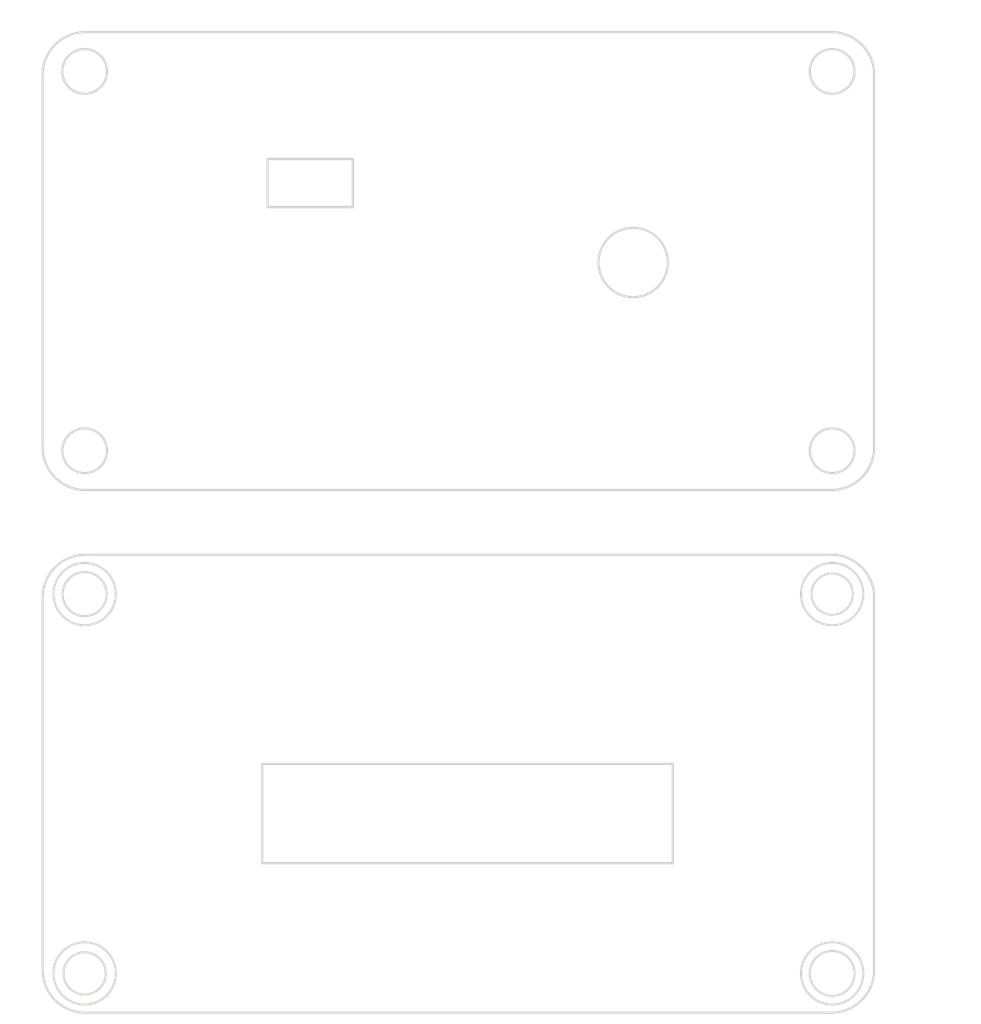
<source format=kicad_pcb>
(kicad_pcb (version 20221018) (generator pcbnew)

  (general
    (thickness 1.6)
  )

  (paper "A4")
  (layers
    (0 "F.Cu" signal)
    (31 "B.Cu" signal)
    (32 "B.Adhes" user "B.Adhesive")
    (33 "F.Adhes" user "F.Adhesive")
    (34 "B.Paste" user)
    (35 "F.Paste" user)
    (36 "B.SilkS" user "B.Silkscreen")
    (37 "F.SilkS" user "F.Silkscreen")
    (38 "B.Mask" user)
    (39 "F.Mask" user)
    (40 "Dwgs.User" user "User.Drawings")
    (41 "Cmts.User" user "User.Comments")
    (42 "Eco1.User" user "User.Eco1")
    (43 "Eco2.User" user "User.Eco2")
    (44 "Edge.Cuts" user)
    (45 "Margin" user)
    (46 "B.CrtYd" user "B.Courtyard")
    (47 "F.CrtYd" user "F.Courtyard")
    (48 "B.Fab" user)
    (49 "F.Fab" user)
    (50 "User.1" user)
    (51 "User.2" user)
    (52 "User.3" user)
    (53 "User.4" user)
    (54 "User.5" user)
    (55 "User.6" user)
    (56 "User.7" user)
    (57 "User.8" user)
    (58 "User.9" user)
  )

  (setup
    (pad_to_mask_clearance 0)
    (pcbplotparams
      (layerselection 0x00010fc_ffffffff)
      (plot_on_all_layers_selection 0x0000000_00000000)
      (disableapertmacros false)
      (usegerberextensions false)
      (usegerberattributes true)
      (usegerberadvancedattributes true)
      (creategerberjobfile true)
      (dashed_line_dash_ratio 12.000000)
      (dashed_line_gap_ratio 3.000000)
      (svgprecision 4)
      (plotframeref false)
      (viasonmask false)
      (mode 1)
      (useauxorigin false)
      (hpglpennumber 1)
      (hpglpenspeed 20)
      (hpglpendiameter 15.000000)
      (dxfpolygonmode true)
      (dxfimperialunits true)
      (dxfusepcbnewfont true)
      (psnegative false)
      (psa4output false)
      (plotreference true)
      (plotvalue true)
      (plotinvisibletext false)
      (sketchpadsonfab false)
      (subtractmaskfromsilk false)
      (outputformat 1)
      (mirror false)
      (drillshape 1)
      (scaleselection 1)
      (outputdirectory "")
    )
  )

  (net 0 "")

  (gr_line (start 150.988 105.01) (end 80.99 105.01)
    (stroke (width 0.2) (type solid)) (layer "Edge.Cuts") (tstamp 03db3d65-e992-43c9-b836-112c2850b229))
  (gr_arc (start 80.99 98.936) (mid 78.168644 97.767356) (end 77 94.946)
    (stroke (width 0.2) (type solid)) (layer "Edge.Cuts") (tstamp 072bdb7b-7ee3-4513-b633-33ac4a2137a0))
  (gr_line (start 97.6 133.91) (end 136.1 133.91)
    (stroke (width 0.2) (type solid)) (layer "Edge.Cuts") (tstamp 0809d27b-aefe-496b-b55e-c9d0f2e8dd36))
  (gr_circle (center 132.378 77.61) (end 135.628 77.61)
    (stroke (width 0.2) (type solid)) (fill none) (layer "Edge.Cuts") (tstamp 080ac0ea-11e4-429e-a548-678c7027abb3))
  (gr_arc (start 150.978 105.01) (mid 153.806427 106.181573) (end 154.978 109.01)
    (stroke (width 0.2) (type solid)) (layer "Edge.Cuts") (tstamp 0fda8631-4586-4e98-ac5f-1f825053617f))
  (gr_circle (center 151.041 108.693) (end 152.977331 108.693)
    (stroke (width 0.2) (type solid)) (fill none) (layer "Edge.Cuts") (tstamp 118f6351-a451-4ff5-a219-4cd879067d45))
  (gr_line (start 77 60) (end 77 94.946)
    (stroke (width 0.2) (type solid)) (layer "Edge.Cuts") (tstamp 20370add-ca7f-4325-a288-49004e14e0d3))
  (gr_line (start 154.978 60.01) (end 154.978 94.936)
    (stroke (width 0.2) (type solid)) (layer "Edge.Cuts") (tstamp 2263d359-5eaf-44fb-ae49-32f3ae0697c5))
  (gr_arc (start 77 109.01) (mid 78.171573 106.181573) (end 81 105.01)
    (stroke (width 0.2) (type solid)) (layer "Edge.Cuts") (tstamp 25f6b2e2-c17d-4a62-ba0c-a0f6b1153886))
  (gr_line (start 98.1 67.91) (end 98.1 72.41)
    (stroke (width 0.2) (type solid)) (layer "Edge.Cuts") (tstamp 2bc9db2b-3d74-4248-bb82-8751af0165da))
  (gr_circle (center 151.041 59.693) (end 153.1365 59.693)
    (stroke (width 0.2) (type solid)) (fill none) (layer "Edge.Cuts") (tstamp 2c4cc1a6-0ddf-4057-b38b-ef9bcd1a399c))
  (gr_line (start 98.1 72.41) (end 98.1 67.91)
    (stroke (width 0.2) (type solid)) (layer "Edge.Cuts") (tstamp 2df04c82-3141-4c1b-a4b9-b815713e4e57))
  (gr_line (start 98.1 67.91) (end 106.1 67.91)
    (stroke (width 0.2) (type solid)) (layer "Edge.Cuts") (tstamp 33bb5f9c-7dfb-4a72-82c2-cfcb9024d503))
  (gr_arc (start 81 98.936) (mid 78.171573 97.764427) (end 77 94.936)
    (stroke (width 0.2) (type solid)) (layer "Edge.Cuts") (tstamp 3aacaab1-5971-4075-8720-782b95b80686))
  (gr_line (start 98.1 72.41) (end 98.1 67.91)
    (stroke (width 0.2) (type solid)) (layer "Edge.Cuts") (tstamp 3b66b89e-191a-4654-a1f7-1e7d591d2c13))
  (gr_line (start 106.1 67.91) (end 106.1 72.41)
    (stroke (width 0.2) (type solid)) (layer "Edge.Cuts") (tstamp 3e23c2c7-b66a-4673-bc07-4ea2e6c4c8dc))
  (gr_arc (start 154.978 143.936) (mid 153.806427 146.764427) (end 150.978 147.936)
    (stroke (width 0.2) (type solid)) (layer "Edge.Cuts") (tstamp 3e6a5ea1-8921-43f1-adfd-b3e41dae732a))
  (gr_line (start 77 109) (end 77 143.946)
    (stroke (width 0.2) (type solid)) (layer "Edge.Cuts") (tstamp 3f1b5b14-9b0c-4df3-a8a9-cde972710e24))
  (gr_line (start 98.1 72.41) (end 106.1 72.41)
    (stroke (width 0.2) (type solid)) (layer "Edge.Cuts") (tstamp 499deb9e-f324-4e7d-bb2a-381840698640))
  (gr_line (start 150.988 56.01) (end 80.99 56.01)
    (stroke (width 0.2) (type solid)) (layer "Edge.Cuts") (tstamp 4a2a2fa3-fdb2-436d-8beb-6d9551920a49))
  (gr_line (start 106.1 67.91) (end 106.1 72.41)
    (stroke (width 0.2) (type solid)) (layer "Edge.Cuts") (tstamp 4c67b623-93ca-431c-a8ec-80a16990f175))
  (gr_arc (start 154.978 94.946) (mid 153.809356 97.767355) (end 150.988 98.936)
    (stroke (width 0.2) (type solid)) (layer "Edge.Cuts") (tstamp 4cd990b4-7a37-444f-84b0-98d5c10e5eaa))
  (gr_arc (start 77 60) (mid 78.168644 57.178644) (end 80.99 56.01)
    (stroke (width 0.2) (type solid)) (layer "Edge.Cuts") (tstamp 5a038325-cc7e-4b34-b7f2-aad497beb457))
  (gr_arc (start 154.978 143.946) (mid 153.809356 146.767356) (end 150.988 147.936)
    (stroke (width 0.2) (type solid)) (layer "Edge.Cuts") (tstamp 5c72a2bd-962f-417d-8ab3-3a0633bd90fd))
  (gr_line (start 106.1 72.41) (end 106.1 67.91)
    (stroke (width 0.2) (type solid)) (layer "Edge.Cuts") (tstamp 620405ff-0385-4a79-8d5a-9150ff03438e))
  (gr_circle (center 151.041 144.253) (end 153.148265 144.253)
    (stroke (width 0.2) (type solid)) (fill none) (layer "Edge.Cuts") (tstamp 645cd2c2-9aa2-40c0-b63a-471e806fec0f))
  (gr_line (start 98.1 67.91) (end 106.1 67.91)
    (stroke (width 0.2) (type solid)) (layer "Edge.Cuts") (tstamp 65f8bcc8-521b-4465-b14d-78c8f9f4ef8c))
  (gr_line (start 80.99 98.936) (end 150.988 98.936)
    (stroke (width 0.2) (type solid)) (layer "Edge.Cuts") (tstamp 7577aac3-1928-46d9-ac89-41e7794f9f47))
  (gr_line (start 77 143.936) (end 77 109.01)
    (stroke (width 0.2) (type solid)) (layer "Edge.Cuts") (tstamp 7a48208b-31f6-4deb-a129-da8791fa1fd6))
  (gr_line (start 106.1 72.41) (end 98.1 72.41)
    (stroke (width 0.2) (type solid)) (layer "Edge.Cuts") (tstamp 7e27dd2d-75bf-4619-8976-6c1baeca5eb1))
  (gr_arc (start 150.978 56.01) (mid 153.806427 57.181573) (end 154.978 60.01)
    (stroke (width 0.2) (type solid)) (layer "Edge.Cuts") (tstamp 80fa8959-8098-41bf-952e-2f509b8563d6))
  (gr_circle (center 151.041 95.253) (end 153.1365 95.253)
    (stroke (width 0.2) (type solid)) (fill none) (layer "Edge.Cuts") (tstamp 81e6159b-2410-42bf-b7d5-4ecff956fcea))
  (gr_circle (center 80.937 95.253) (end 83.0325 95.253)
    (stroke (width 0.2) (type solid)) (fill none) (layer "Edge.Cuts") (tstamp 84723459-3baf-4be5-ac4b-d6d1ee33069d))
  (gr_circle (center 151.041 59.693) (end 153.1365 59.693)
    (stroke (width 0.2) (type solid)) (fill none) (layer "Edge.Cuts") (tstamp 86410877-bbc7-4cfc-9482-7871b1a8d6a6))
  (gr_line (start 154.978 109.01) (end 154.978 143.936)
    (stroke (width 0.2) (type solid)) (layer "Edge.Cuts") (tstamp 8f6970eb-e0ee-4962-bca4-b5243288c950))
  (gr_line (start 77 94.936) (end 77 60.01)
    (stroke (width 0.2) (type solid)) (layer "Edge.Cuts") (tstamp 900e7309-6f07-4dcb-a6ef-2555104a10b6))
  (gr_arc (start 150.988 56.01) (mid 153.809356 57.178644) (end 154.978 60)
    (stroke (width 0.2) (type solid)) (layer "Edge.Cuts") (tstamp 90b0d889-17e3-4a6a-a6b7-8dd8178797b9))
  (gr_line (start 154.978 94.946) (end 154.978 60)
    (stroke (width 0.2) (type solid)) (layer "Edge.Cuts") (tstamp 9190348b-0e4d-477a-9500-40aa76edd347))
  (gr_line (start 136.1 124.61) (end 136.1 133.91)
    (stroke (width 0.2) (type solid)) (layer "Edge.Cuts") (tstamp 9505a732-92ab-4f20-a6c7-721f723e5fbb))
  (gr_line (start 154.978 143.946) (end 154.978 109)
    (stroke (width 0.2) (type solid)) (layer "Edge.Cuts") (tstamp 98ce2222-973b-413f-8435-b58f638cf67c))
  (gr_line (start 150.978 98.936) (end 81 98.936)
    (stroke (width 0.2) (type solid)) (layer "Edge.Cuts") (tstamp 9fd0fc68-a3d9-4ed8-b7eb-b04cfddbb721))
  (gr_line (start 136.1 133.91) (end 97.6 133.91)
    (stroke (width 0.2) (type solid)) (layer "Edge.Cuts") (tstamp a2af99e3-0477-4343-af5a-7d999a384dd8))
  (gr_circle (center 151.041 108.693) (end 153.962 108.693)
    (stroke (width 0.2) (type solid)) (fill none) (layer "Edge.Cuts") (tstamp ac6cd2fd-ddeb-4b25-b557-8448a53d6a99))
  (gr_line (start 136.1 133.91) (end 136.1 124.61)
    (stroke (width 0.2) (type solid)) (layer "Edge.Cuts") (tstamp b1a47af4-82c9-4c99-a9e7-3306b3bdd4ef))
  (gr_line (start 81 105.01) (end 150.978 105.01)
    (stroke (width 0.2) (type solid)) (layer "Edge.Cuts") (tstamp b1b03ef3-84a8-43c7-8dd6-0ad39ceed7e4))
  (gr_line (start 106.1 67.91) (end 98.1 67.91)
    (stroke (width 0.2) (type solid)) (layer "Edge.Cuts") (tstamp b266a4e3-c5d1-4849-9464-76d9917521bc))
  (gr_line (start 97.6 124.61) (end 136.1 124.61)
    (stroke (width 0.2) (type solid)) (layer "Edge.Cuts") (tstamp b6616282-a13d-4d4b-9a1d-21d15aa0d55b))
  (gr_circle (center 80.937 144.253) (end 83.858 144.253)
    (stroke (width 0.2) (type solid)) (fill none) (layer "Edge.Cuts") (tstamp b710aa34-813c-44b7-9bd9-f4e5044054cc))
  (gr_line (start 150.978 147.936) (end 81 147.936)
    (stroke (width 0.2) (type solid)) (layer "Edge.Cuts") (tstamp c291e102-5f10-4e22-904e-bc54d9fd03d3))
  (gr_circle (center 80.937 108.693) (end 83.003801 108.693)
    (stroke (width 0.2) (type solid)) (fill none) (layer "Edge.Cuts") (tstamp c564d6b9-3e1f-4c77-8b6d-876d90c6099d))
  (gr_arc (start 77 60.01) (mid 78.171573 57.181573) (end 81 56.01)
    (stroke (width 0.2) (type solid)) (layer "Edge.Cuts") (tstamp cdeddd71-8e56-4949-b658-017c81d1ece1))
  (gr_circle (center 80.937 59.693) (end 83.0325 59.693)
    (stroke (width 0.2) (type solid)) (fill none) (layer "Edge.Cuts") (tstamp cf331cfc-2c68-4262-ba44-fb58bda627c1))
  (gr_circle (center 80.937 59.693) (end 83.0325 59.693)
    (stroke (width 0.2) (type solid)) (fill none) (layer "Edge.Cuts") (tstamp d2de7513-da1d-4183-919c-bc1f5c1fdc0c))
  (gr_circle (center 80.937 144.253) (end 82.916989 144.253)
    (stroke (width 0.2) (type solid)) (fill none) (layer "Edge.Cuts") (tstamp d47b3640-9971-4641-a6f6-6e87a761ab2c))
  (gr_circle (center 80.937 108.693) (end 83.858 108.693)
    (stroke (width 0.2) (type solid)) (fill none) (layer "Edge.Cuts") (tstamp d5ba2a6f-0c96-4c43-ba18-03e69cfc1eb3))
  (gr_line (start 97.6 124.61) (end 97.6 133.91)
    (stroke (width 0.2) (type solid)) (layer "Edge.Cuts") (tstamp dc2a1ddc-331a-4e16-bb44-f9b2e46516c7))
  (gr_line (start 106.1 72.41) (end 98.1 72.41)
    (stroke (width 0.2) (type solid)) (layer "Edge.Cuts") (tstamp dd11d67c-1884-47e7-86f1-d3177127c6bd))
  (gr_line (start 136.1 124.61) (end 97.6 124.61)
    (stroke (width 0.2) (type solid)) (layer "Edge.Cuts") (tstamp de1a9beb-f52b-4f70-8443-7de9b628c107))
  (gr_line (start 97.6 133.91) (end 97.6 124.61)
    (stroke (width 0.2) (type solid)) (layer "Edge.Cuts") (tstamp e1a188b0-276f-4551-ae6a-410c518cad95))
  (gr_arc (start 80.99 147.936) (mid 78.168644 146.767356) (end 77 143.946)
    (stroke (width 0.2) (type solid)) (layer "Edge.Cuts") (tstamp e60bd9a1-3345-4291-94a7-9b4ce9a3ada3))
  (gr_circle (center 151.041 95.253) (end 153.1365 95.253)
    (stroke (width 0.2) (type solid)) (fill none) (layer "Edge.Cuts") (tstamp e893617c-32ef-4fe4-926b-2924c9641e4a))
  (gr_arc (start 77 109) (mid 78.168644 106.178644) (end 80.99 105.01)
    (stroke (width 0.2) (type solid)) (layer "Edge.Cuts") (tstamp ed0ebc35-cba5-4466-977f-b42455cc6409))
  (gr_arc (start 81 147.936) (mid 78.171573 146.764427) (end 77 143.936)
    (stroke (width 0.2) (type solid)) (layer "Edge.Cuts") (tstamp f314653b-261a-4164-bcb5-dc64f0811cea))
  (gr_line (start 80.99 147.936) (end 150.988 147.936)
    (stroke (width 0.2) (type solid)) (layer "Edge.Cuts") (tstamp f31b66f7-a8d5-4e1f-bdb6-fa4b292166b3))
  (gr_circle (center 80.937 95.253) (end 83.0325 95.253)
    (stroke (width 0.2) (type solid)) (fill none) (layer "Edge.Cuts") (tstamp f46b3e26-79b4-4a74-b881-24109be6613a))
  (gr_circle (center 151.041 144.253) (end 153.962 144.253)
    (stroke (width 0.2) (type solid)) (fill none) (layer "Edge.Cuts") (tstamp f69b5ac7-cbbf-48b0-9012-10de5952bad2))
  (gr_circle (center 132.378 77.61) (end 135.628 77.61)
    (stroke (width 0.2) (type solid)) (fill none) (layer "Edge.Cuts") (tstamp f7647113-e973-4749-85e8-26a1c6b2f68a))
  (gr_line (start 81 56.01) (end 150.978 56.01)
    (stroke (width 0.2) (type solid)) (layer "Edge.Cuts") (tstamp fcf0a240-f3ff-4e0e-a9c1-ebb2e4cc55c9))
  (gr_arc (start 150.988 105.01) (mid 153.809356 106.178644) (end 154.978 109)
    (stroke (width 0.2) (type solid)) (layer "Edge.Cuts") (tstamp fe607cb1-8cfd-4cdf-923b-9d210a0b2a5f))
  (gr_arc (start 154.978 94.936) (mid 153.806427 97.764426) (end 150.978 98.936)
    (stroke (width 0.2) (type solid)) (layer "Edge.Cuts") (tstamp ff2fa601-ad6e-448f-ac8b-a187233f63be))

  (zone (net 0) (net_name "") (layer "F.Cu") (tstamp 799df4af-befb-4494-a76d-58c0961a1103) (hatch edge 0.5)
    (priority 1)
    (connect_pads (clearance 0.5))
    (min_thickness 0.25) (filled_areas_thickness no)
    (fill (thermal_gap 0.5) (thermal_bridge_width 0.5) (island_removal_mode 1) (island_area_min 10))
    (polygon
      (pts
        (xy 74 104)
        (xy 74 149)
        (xy 165 149)
        (xy 164 104)
      )
    )
  )
  (zone (net 0) (net_name "") (layer "F.Cu") (tstamp ea2cb0fb-b129-4ab2-a1d8-21cd786ed64d) (hatch edge 0.5)
    (connect_pads (clearance 0.5))
    (min_thickness 0.25) (filled_areas_thickness no)
    (fill (thermal_gap 0.5) (thermal_bridge_width 0.5) (island_removal_mode 1) (island_area_min 10))
    (polygon
      (pts
        (xy 160 100)
        (xy 160 53)
        (xy 73 53)
        (xy 74 101)
      )
    )
  )
  (group "" (id 1cb768b8-548a-4e7b-b4b9-f982f8a3ed1d)
    (members
      03db3d65-e992-43c9-b836-112c2850b229
      0809d27b-aefe-496b-b55e-c9d0f2e8dd36
      0fda8631-4586-4e98-ac5f-1f825053617f
      118f6351-a451-4ff5-a219-4cd879067d45
      25f6b2e2-c17d-4a62-ba0c-a0f6b1153886
      3e6a5ea1-8921-43f1-adfd-b3e41dae732a
      3f1b5b14-9b0c-4df3-a8a9-cde972710e24
      5c72a2bd-962f-417d-8ab3-3a0633bd90fd
      645cd2c2-9aa2-40c0-b63a-471e806fec0f
      7a48208b-31f6-4deb-a129-da8791fa1fd6
      8f6970eb-e0ee-4962-bca4-b5243288c950
      9505a732-92ab-4f20-a6c7-721f723e5fbb
      98ce2222-973b-413f-8435-b58f638cf67c
      a2af99e3-0477-4343-af5a-7d999a384dd8
      ac6cd2fd-ddeb-4b25-b557-8448a53d6a99
      b1a47af4-82c9-4c99-a9e7-3306b3bdd4ef
      b1b03ef3-84a8-43c7-8dd6-0ad39ceed7e4
      b6616282-a13d-4d4b-9a1d-21d15aa0d55b
      b710aa34-813c-44b7-9bd9-f4e5044054cc
      c291e102-5f10-4e22-904e-bc54d9fd03d3
      c564d6b9-3e1f-4c77-8b6d-876d90c6099d
      d47b3640-9971-4641-a6f6-6e87a761ab2c
      d5ba2a6f-0c96-4c43-ba18-03e69cfc1eb3
      dc2a1ddc-331a-4e16-bb44-f9b2e46516c7
      de1a9beb-f52b-4f70-8443-7de9b628c107
      e1a188b0-276f-4551-ae6a-410c518cad95
      e60bd9a1-3345-4291-94a7-9b4ce9a3ada3
      ed0ebc35-cba5-4466-977f-b42455cc6409
      f314653b-261a-4164-bcb5-dc64f0811cea
      f31b66f7-a8d5-4e1f-bdb6-fa4b292166b3
      f69b5ac7-cbbf-48b0-9012-10de5952bad2
      fe607cb1-8cfd-4cdf-923b-9d210a0b2a5f
    )
  )
  (group "" (id e0ee79ab-d5e1-4ce5-a7df-9242ad6e7522)
    (members
      072bdb7b-7ee3-4513-b633-33ac4a2137a0
      080ac0ea-11e4-429e-a548-678c7027abb3
      20370add-ca7f-4325-a288-49004e14e0d3
      2263d359-5eaf-44fb-ae49-32f3ae0697c5
      2bc9db2b-3d74-4248-bb82-8751af0165da
      2c4cc1a6-0ddf-4057-b38b-ef9bcd1a399c
      2df04c82-3141-4c1b-a4b9-b815713e4e57
      33bb5f9c-7dfb-4a72-82c2-cfcb9024d503
      3aacaab1-5971-4075-8720-782b95b80686
      3b66b89e-191a-4654-a1f7-1e7d591d2c13
      3e23c2c7-b66a-4673-bc07-4ea2e6c4c8dc
      499deb9e-f324-4e7d-bb2a-381840698640
      4a2a2fa3-fdb2-436d-8beb-6d9551920a49
      4c67b623-93ca-431c-a8ec-80a16990f175
      4cd990b4-7a37-444f-84b0-98d5c10e5eaa
      5a038325-cc7e-4b34-b7f2-aad497beb457
      620405ff-0385-4a79-8d5a-9150ff03438e
      65f8bcc8-521b-4465-b14d-78c8f9f4ef8c
      7577aac3-1928-46d9-ac89-41e7794f9f47
      7e27dd2d-75bf-4619-8976-6c1baeca5eb1
      80fa8959-8098-41bf-952e-2f509b8563d6
      81e6159b-2410-42bf-b7d5-4ecff956fcea
      84723459-3baf-4be5-ac4b-d6d1ee33069d
      86410877-bbc7-4cfc-9482-7871b1a8d6a6
      900e7309-6f07-4dcb-a6ef-2555104a10b6
      90b0d889-17e3-4a6a-a6b7-8dd8178797b9
      9190348b-0e4d-477a-9500-40aa76edd347
      9fd0fc68-a3d9-4ed8-b7eb-b04cfddbb721
      b266a4e3-c5d1-4849-9464-76d9917521bc
      cdeddd71-8e56-4949-b658-017c81d1ece1
      cf331cfc-2c68-4262-ba44-fb58bda627c1
      d2de7513-da1d-4183-919c-bc1f5c1fdc0c
      dd11d67c-1884-47e7-86f1-d3177127c6bd
      e893617c-32ef-4fe4-926b-2924c9641e4a
      f46b3e26-79b4-4a74-b881-24109be6613a
      f7647113-e973-4749-85e8-26a1c6b2f68a
      fcf0a240-f3ff-4e0e-a9c1-ebb2e4cc55c9
      ff2fa601-ad6e-448f-ac8b-a187233f63be
    )
  )
)

</source>
